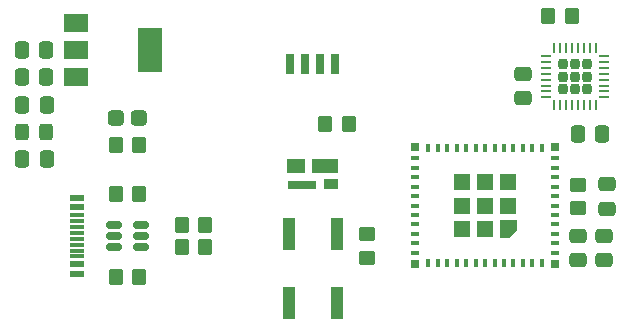
<source format=gbr>
%TF.GenerationSoftware,KiCad,Pcbnew,(6.0.0-0)*%
%TF.CreationDate,2022-04-04T00:22:25-07:00*%
%TF.ProjectId,aeroh_one,6165726f-685f-46f6-9e65-2e6b69636164,rev?*%
%TF.SameCoordinates,Original*%
%TF.FileFunction,Paste,Top*%
%TF.FilePolarity,Positive*%
%FSLAX46Y46*%
G04 Gerber Fmt 4.6, Leading zero omitted, Abs format (unit mm)*
G04 Created by KiCad (PCBNEW (6.0.0-0)) date 2022-04-04 00:22:25*
%MOMM*%
%LPD*%
G01*
G04 APERTURE LIST*
G04 Aperture macros list*
%AMRoundRect*
0 Rectangle with rounded corners*
0 $1 Rounding radius*
0 $2 $3 $4 $5 $6 $7 $8 $9 X,Y pos of 4 corners*
0 Add a 4 corners polygon primitive as box body*
4,1,4,$2,$3,$4,$5,$6,$7,$8,$9,$2,$3,0*
0 Add four circle primitives for the rounded corners*
1,1,$1+$1,$2,$3*
1,1,$1+$1,$4,$5*
1,1,$1+$1,$6,$7*
1,1,$1+$1,$8,$9*
0 Add four rect primitives between the rounded corners*
20,1,$1+$1,$2,$3,$4,$5,0*
20,1,$1+$1,$4,$5,$6,$7,0*
20,1,$1+$1,$6,$7,$8,$9,0*
20,1,$1+$1,$8,$9,$2,$3,0*%
%AMFreePoly0*
4,1,6,0.550000,-0.560000,-0.900000,-0.560000,-0.900000,0.290000,-0.300000,0.890000,0.550000,0.890000,0.550000,-0.560000,0.550000,-0.560000,$1*%
G04 Aperture macros list end*
%ADD10RoundRect,0.250000X-0.337500X-0.475000X0.337500X-0.475000X0.337500X0.475000X-0.337500X0.475000X0*%
%ADD11RoundRect,0.250000X0.337500X0.475000X-0.337500X0.475000X-0.337500X-0.475000X0.337500X-0.475000X0*%
%ADD12RoundRect,0.250000X-0.412500X-0.400000X0.412500X-0.400000X0.412500X0.400000X-0.412500X0.400000X0*%
%ADD13R,0.800000X1.800000*%
%ADD14RoundRect,0.250000X0.325000X0.450000X-0.325000X0.450000X-0.325000X-0.450000X0.325000X-0.450000X0*%
%ADD15R,1.150000X0.600000*%
%ADD16R,1.150000X0.300000*%
%ADD17RoundRect,0.250000X0.350000X0.450000X-0.350000X0.450000X-0.350000X-0.450000X0.350000X-0.450000X0*%
%ADD18RoundRect,0.250000X-0.450000X0.350000X-0.450000X-0.350000X0.450000X-0.350000X0.450000X0.350000X0*%
%ADD19RoundRect,0.150000X0.512500X0.150000X-0.512500X0.150000X-0.512500X-0.150000X0.512500X-0.150000X0*%
%ADD20R,2.000000X1.500000*%
%ADD21R,2.000000X3.800000*%
%ADD22RoundRect,0.250000X-0.475000X0.337500X-0.475000X-0.337500X0.475000X-0.337500X0.475000X0.337500X0*%
%ADD23RoundRect,0.250000X0.475000X-0.337500X0.475000X0.337500X-0.475000X0.337500X-0.475000X-0.337500X0*%
%ADD24R,0.800000X0.400000*%
%ADD25R,0.400000X0.800000*%
%ADD26R,1.450000X1.450000*%
%ADD27FreePoly0,180.000000*%
%ADD28R,0.700000X0.700000*%
%ADD29RoundRect,0.207500X-0.207500X-0.207500X0.207500X-0.207500X0.207500X0.207500X-0.207500X0.207500X0*%
%ADD30RoundRect,0.062500X-0.375000X-0.062500X0.375000X-0.062500X0.375000X0.062500X-0.375000X0.062500X0*%
%ADD31RoundRect,0.062500X-0.062500X-0.375000X0.062500X-0.375000X0.062500X0.375000X-0.062500X0.375000X0*%
%ADD32R,1.300000X0.900000*%
%ADD33R,2.200000X1.200000*%
%ADD34R,1.500000X1.300000*%
%ADD35R,2.400000X0.800000*%
%ADD36R,1.000000X2.800000*%
%ADD37RoundRect,0.250000X-0.350000X-0.450000X0.350000X-0.450000X0.350000X0.450000X-0.350000X0.450000X0*%
G04 APERTURE END LIST*
D10*
%TO.C,C1*%
X128554500Y-119721600D03*
X130629500Y-119721600D03*
%TD*%
D11*
%TO.C,C2*%
X130599500Y-115121600D03*
X128524500Y-115121600D03*
%TD*%
%TO.C,C3*%
X130594900Y-112821600D03*
X128519900Y-112821600D03*
%TD*%
%TO.C,C4*%
X130594900Y-110521600D03*
X128519900Y-110521600D03*
%TD*%
D12*
%TO.C,D1*%
X136487500Y-116271600D03*
X138412500Y-116271600D03*
%TD*%
D13*
%TO.C,D3*%
X151257000Y-111712000D03*
X152527000Y-111712000D03*
X153797000Y-111712000D03*
X155067000Y-111712000D03*
%TD*%
D14*
%TO.C,FB1*%
X130587000Y-117421600D03*
X128537000Y-117421600D03*
%TD*%
D15*
%TO.C,J1*%
X133205000Y-123032156D03*
X133205000Y-123832156D03*
D16*
X133205000Y-124982156D03*
X133205000Y-125982156D03*
X133205000Y-126482156D03*
X133205000Y-127482156D03*
D15*
X133205000Y-129432156D03*
X133205000Y-128632156D03*
D16*
X133205000Y-127982156D03*
X133205000Y-126982156D03*
X133205000Y-125482156D03*
X133205000Y-124482156D03*
%TD*%
D17*
%TO.C,R1*%
X138450000Y-122732156D03*
X136450000Y-122732156D03*
%TD*%
%TO.C,R2*%
X138450000Y-129732156D03*
X136450000Y-129732156D03*
%TD*%
%TO.C,R3*%
X138450000Y-118571600D03*
X136450000Y-118571600D03*
%TD*%
D18*
%TO.C,R16*%
X157702000Y-126092000D03*
X157702000Y-128092000D03*
%TD*%
D19*
%TO.C,U2*%
X138587500Y-127182156D03*
X138587500Y-126232156D03*
X138587500Y-125282156D03*
X136312500Y-125282156D03*
X136312500Y-126232156D03*
X136312500Y-127182156D03*
%TD*%
D20*
%TO.C,U3*%
X133081600Y-108221600D03*
D21*
X139381600Y-110521600D03*
D20*
X133081600Y-110521600D03*
X133081600Y-112821600D03*
%TD*%
D22*
%TO.C,C7*%
X175637200Y-126235300D03*
X175637200Y-128310300D03*
%TD*%
%TO.C,C8*%
X177796200Y-126235300D03*
X177796200Y-128310300D03*
%TD*%
D23*
%TO.C,C9*%
X178022000Y-123956000D03*
X178022000Y-121881000D03*
%TD*%
D18*
%TO.C,R12*%
X175609000Y-121918500D03*
X175609000Y-123918500D03*
%TD*%
D24*
%TO.C,U4*%
X173635000Y-127665000D03*
X173635000Y-126865000D03*
X173635000Y-126065000D03*
X173635000Y-125265000D03*
X173635000Y-124465000D03*
X173635000Y-123665000D03*
X173635000Y-122865000D03*
X173635000Y-122065000D03*
X173635000Y-121265000D03*
X173635000Y-120465000D03*
X173635000Y-119665000D03*
D25*
X172535000Y-118765000D03*
X171735000Y-118765000D03*
X170935000Y-118765000D03*
X170135000Y-118765000D03*
X169335000Y-118765000D03*
X168535000Y-118765000D03*
X167735000Y-118765000D03*
X166935000Y-118765000D03*
X166135000Y-118765000D03*
X165335000Y-118765000D03*
X164535000Y-118765000D03*
X163735000Y-118765000D03*
X162935000Y-118765000D03*
D24*
X161835000Y-119665000D03*
X161835000Y-120465000D03*
X161835000Y-121265000D03*
X161835000Y-122065000D03*
X161835000Y-122865000D03*
X161835000Y-123665000D03*
X161835000Y-124465000D03*
X161835000Y-125265000D03*
X161835000Y-126065000D03*
X161835000Y-126865000D03*
X161835000Y-127665000D03*
D25*
X162935000Y-128565000D03*
X163735000Y-128565000D03*
X164535000Y-128565000D03*
X165335000Y-128565000D03*
X166135000Y-128565000D03*
X166935000Y-128565000D03*
X167735000Y-128565000D03*
X168535000Y-128565000D03*
X169335000Y-128565000D03*
X170135000Y-128565000D03*
X170935000Y-128565000D03*
X171735000Y-128565000D03*
X172535000Y-128565000D03*
D26*
X169710000Y-123665000D03*
X165760000Y-121690000D03*
X169710000Y-121690000D03*
X165760000Y-123665000D03*
D27*
X169535000Y-125475000D03*
D26*
X165760000Y-125640000D03*
X167735000Y-123665000D03*
X167735000Y-121690000D03*
X167735000Y-125640000D03*
D28*
X161785000Y-128615000D03*
X161785000Y-118715000D03*
X173685000Y-118715000D03*
X173685000Y-128615000D03*
%TD*%
D22*
%TO.C,C10*%
X170942000Y-112522000D03*
X170942000Y-114597000D03*
%TD*%
D11*
%TO.C,C11*%
X177669100Y-117627400D03*
X175594100Y-117627400D03*
%TD*%
D17*
%TO.C,R17*%
X175072000Y-107632000D03*
X173072000Y-107632000D03*
%TD*%
D29*
%TO.C,U5*%
X175348000Y-111725000D03*
X175348000Y-112755000D03*
X176378000Y-113785000D03*
X175348000Y-113785000D03*
X176378000Y-111725000D03*
X176378000Y-112755000D03*
X174318000Y-112755000D03*
X174318000Y-113785000D03*
X174318000Y-111725000D03*
D30*
X172910500Y-111005000D03*
X172910500Y-111505000D03*
X172910500Y-112005000D03*
X172910500Y-112505000D03*
X172910500Y-113005000D03*
X172910500Y-113505000D03*
X172910500Y-114005000D03*
X172910500Y-114505000D03*
D31*
X173598000Y-115192500D03*
X174098000Y-115192500D03*
X174598000Y-115192500D03*
X175098000Y-115192500D03*
X175598000Y-115192500D03*
X176098000Y-115192500D03*
X176598000Y-115192500D03*
X177098000Y-115192500D03*
D30*
X177785500Y-114505000D03*
X177785500Y-114005000D03*
X177785500Y-113505000D03*
X177785500Y-113005000D03*
X177785500Y-112505000D03*
X177785500Y-112005000D03*
X177785500Y-111505000D03*
X177785500Y-111005000D03*
D31*
X177098000Y-110317500D03*
X176598000Y-110317500D03*
X176098000Y-110317500D03*
X175598000Y-110317500D03*
X175098000Y-110317500D03*
X174598000Y-110317500D03*
X174098000Y-110317500D03*
X173598000Y-110317500D03*
%TD*%
D32*
%TO.C,D2*%
X154662000Y-121842000D03*
D33*
X154212000Y-120292000D03*
D34*
X151762000Y-120342000D03*
D35*
X152212000Y-121892000D03*
%TD*%
D17*
%TO.C,R5*%
X144032000Y-125282156D03*
X142032000Y-125282156D03*
%TD*%
%TO.C,R4*%
X144032000Y-127182156D03*
X142032000Y-127182156D03*
%TD*%
D36*
%TO.C,S1*%
X151152000Y-131892000D03*
X151152000Y-126092000D03*
X155152000Y-131892000D03*
X155152000Y-126092000D03*
%TD*%
D37*
%TO.C,R6*%
X154182000Y-116762000D03*
X156182000Y-116762000D03*
%TD*%
M02*

</source>
